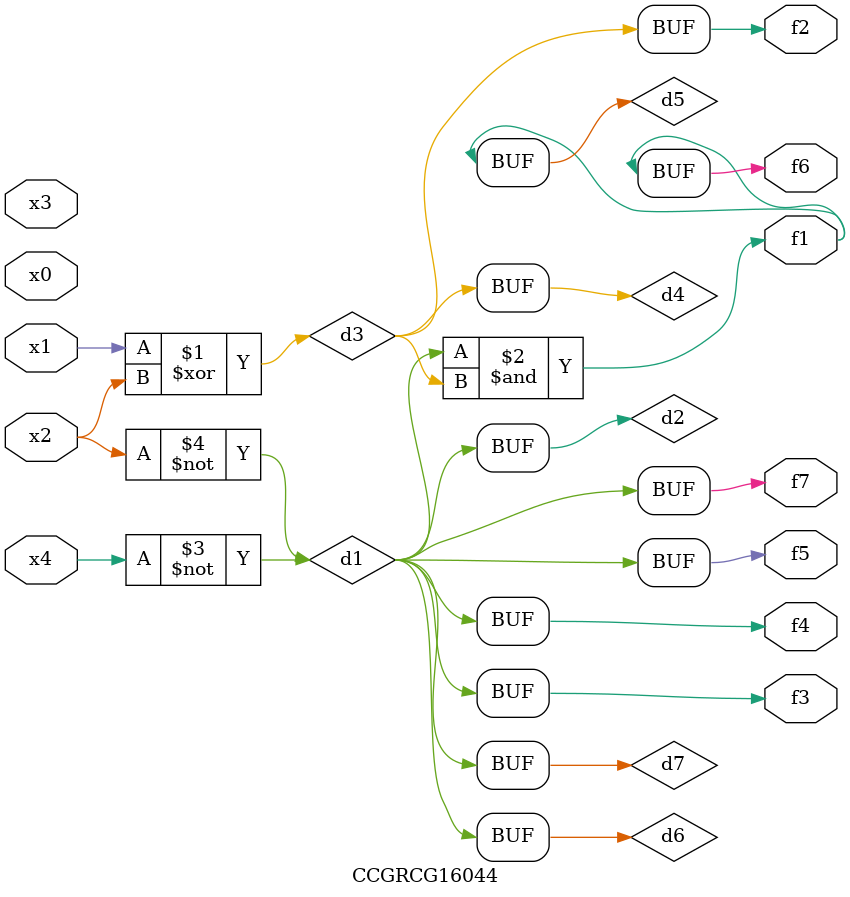
<source format=v>
module CCGRCG16044(
	input x0, x1, x2, x3, x4,
	output f1, f2, f3, f4, f5, f6, f7
);

	wire d1, d2, d3, d4, d5, d6, d7;

	not (d1, x4);
	not (d2, x2);
	xor (d3, x1, x2);
	buf (d4, d3);
	and (d5, d1, d3);
	buf (d6, d1, d2);
	buf (d7, d2);
	assign f1 = d5;
	assign f2 = d4;
	assign f3 = d7;
	assign f4 = d7;
	assign f5 = d7;
	assign f6 = d5;
	assign f7 = d7;
endmodule

</source>
